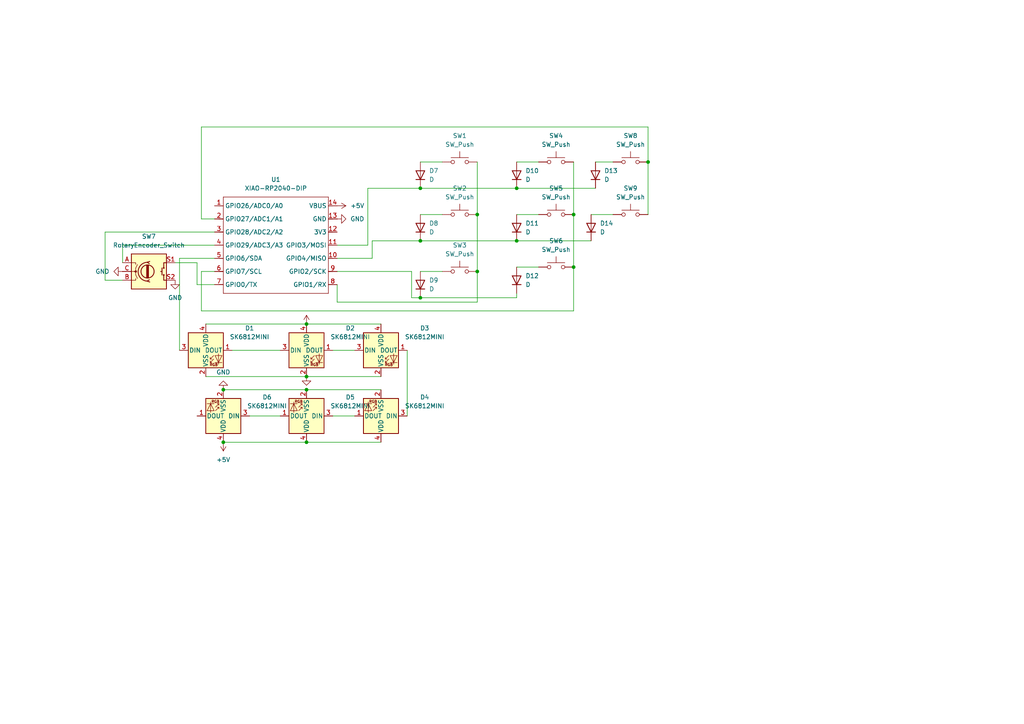
<source format=kicad_sch>
(kicad_sch (version 20250114) (generator "eeschema") (generator_version "9.0")
  (paper "A4")
  (lib_symbols
    (symbol "Device:D" (pin_numbers (hide yes)) (pin_names (offset 1.016) (hide yes))
      (property "Reference" "D" (at 0 2.54 0))
      (property "Value" "D" (at 0 -2.54 0))
      (symbol "D_0_1"
        (polyline (pts (xy -1.27 1.27) (xy -1.27 -1.27)) (stroke (width 0.254)))
        (polyline (pts (xy 1.27 1.27) (xy 1.27 -1.27) (xy -1.27 0) (xy 1.27 1.27)) (stroke (width 0.254)))
        (polyline (pts (xy 1.27 0) (xy -1.27 0)))
      )
      (symbol "D_1_1"
        (pin passive line (at -3.81 0 0) (length 2.54) (name "K") (number "1"))
        (pin passive line (at 3.81 0 180) (length 2.54) (name "A") (number "2"))
      )
    )
    (symbol "Device:RotaryEncoder_Switch" (pin_names (offset 0.254) (hide yes))
      (property "Reference" "SW" (at 0 6.604 0))
      (property "Value" "RotaryEncoder_Switch" (at 0 -6.604 0))
      (symbol "RotaryEncoder_Switch_0_1"
        (rectangle (start -5.08 5.08) (end 5.08 -5.08) (stroke (width 0.254)) (fill (type background)))
        (polyline (pts (xy -5.08 2.54) (xy -3.81 2.54) (xy -3.81 2.032)))
        (polyline (pts (xy -5.08 0) (xy -3.81 0) (xy -3.81 -1.016) (xy -3.302 -2.032)))
        (polyline (pts (xy -5.08 -2.54) (xy -3.81 -2.54) (xy -3.81 -2.032)))
        (polyline (pts (xy -4.318 0) (xy -3.81 0) (xy -3.81 1.016) (xy -3.302 2.032)))
        (circle (center -3.81 0) (radius 0.254) (fill (type outline)))
        (polyline (pts (xy -0.635 -1.778) (xy -0.635 1.778)) (stroke (width 0.254)))
        (circle (center -0.381 0) (radius 1.905) (stroke (width 0.254)))
        (polyline (pts (xy -0.381 -1.778) (xy -0.381 1.778)) (stroke (width 0.254)))
        (arc (start -0.381 -2.794) (mid -3.0988 -0.0635) (end -0.381 2.667) (stroke (width 0.254)))
        (polyline (pts (xy -0.127 1.778) (xy -0.127 -1.778)) (stroke (width 0.254)))
        (polyline (pts (xy 0.254 2.921) (xy -0.508 2.667) (xy 0.127 2.286)) (stroke (width 0.254)))
        (polyline (pts (xy 0.254 -3.048) (xy -0.508 -2.794) (xy 0.127 -2.413)) (stroke (width 0.254)))
        (polyline (pts (xy 3.81 1.016) (xy 3.81 -1.016)) (stroke (width 0.254)))
        (polyline (pts (xy 3.81 0) (xy 3.429 0)) (stroke (width 0.254)))
        (circle (center 4.318 1.016) (radius 0.127) (stroke (width 0.254)))
        (circle (center 4.318 -1.016) (radius 0.127) (stroke (width 0.254)))
        (polyline (pts (xy 5.08 2.54) (xy 4.318 2.54) (xy 4.318 1.016)) (stroke (width 0.254)))
        (polyline (pts (xy 5.08 -2.54) (xy 4.318 -2.54) (xy 4.318 -1.016)) (stroke (width 0.254)))
      )
      (symbol "RotaryEncoder_Switch_1_1"
        (pin passive line (at -7.62 2.54 0) (length 2.54) (name "A") (number "A"))
        (pin passive line (at -7.62 0 0) (length 2.54) (name "C") (number "C"))
        (pin passive line (at -7.62 -2.54 0) (length 2.54) (name "B") (number "B"))
        (pin passive line (at 7.62 2.54 180) (length 2.54) (name "S1") (number "S1"))
        (pin passive line (at 7.62 -2.54 180) (length 2.54) (name "S2") (number "S2"))
      )
    )
    (symbol "LED:SK6812MINI" (pin_names (offset 0.254))
      (property "Reference" "D" (at 5.08 5.715 0))
      (property "Value" "SK6812MINI" (at 1.27 -5.715 0))
      (symbol "SK6812MINI_0_0"
        (text "RGB" (at 2.286 -4.191 0) (effects (font (size 0.762 0.762))))
      )
      (symbol "SK6812MINI_0_1"
        (polyline (pts (xy 1.27 -2.54) (xy 1.778 -2.54)))
        (polyline (pts (xy 1.27 -3.556) (xy 1.778 -3.556)))
        (polyline (pts (xy 2.286 -1.524) (xy 1.27 -2.54) (xy 1.27 -2.032)))
        (polyline (pts (xy 2.286 -2.54) (xy 1.27 -3.556) (xy 1.27 -3.048)))
        (polyline (pts (xy 3.683 -1.016) (xy 3.683 -3.556) (xy 3.683 -4.064)))
        (polyline (pts (xy 4.699 -1.524) (xy 2.667 -1.524) (xy 3.683 -3.556) (xy 4.699 -1.524)))
        (polyline (pts (xy 4.699 -3.556) (xy 2.667 -3.556)))
        (rectangle (start 5.08 5.08) (end -5.08 -5.08) (stroke (width 0.254)) (fill (type background)))
      )
      (symbol "SK6812MINI_1_1"
        (pin input line (at -7.62 0 0) (length 2.54) (name "DIN") (number "3"))
        (pin power_in line (at 0 7.62 270) (length 2.54) (name "VDD") (number "4"))
        (pin power_in line (at 0 -7.62 90) (length 2.54) (name "VSS") (number "2"))
        (pin output line (at 7.62 0 180) (length 2.54) (name "DOUT") (number "1"))
      )
    )
    (symbol "OPL:XIAO-RP2040-DIP"
      (property "Reference" "U" (at 0 0 0))
      (property "Value" "XIAO-RP2040-DIP" (at 5.334 -1.778 0))
      (symbol "XIAO-RP2040-DIP_1_0"
        (polyline (pts (xy -1.27 -2.54) (xy 29.21 -2.54)) (stroke (width 0.1524)))
        (polyline (pts (xy -1.27 -5.08) (xy -2.54 -5.08)) (stroke (width 0.1524)))
        (polyline (pts (xy -1.27 -5.08) (xy -1.27 -2.54)) (stroke (width 0.1524)))
        (polyline (pts (xy -1.27 -8.89) (xy -2.54 -8.89)) (stroke (width 0.1524)))
        (polyline (pts (xy -1.27 -8.89) (xy -1.27 -5.08)) (stroke (width 0.1524)))
        (polyline (pts (xy -1.27 -12.7) (xy -2.54 -12.7)) (stroke (width 0.1524)))
        (polyline (pts (xy -1.27 -12.7) (xy -1.27 -8.89)) (stroke (width 0.1524)))
        (polyline (pts (xy -1.27 -16.51) (xy -2.54 -16.51)) (stroke (width 0.1524)))
        (polyline (pts (xy -1.27 -16.51) (xy -1.27 -12.7)) (stroke (width 0.1524)))
        (polyline (pts (xy -1.27 -20.32) (xy -2.54 -20.32)) (stroke (width 0.1524)))
        (polyline (pts (xy -1.27 -24.13) (xy -2.54 -24.13)) (stroke (width 0.1524)))
        (polyline (pts (xy -1.27 -27.94) (xy -2.54 -27.94)) (stroke (width 0.1524)))
        (polyline (pts (xy -1.27 -30.48) (xy -1.27 -16.51)) (stroke (width 0.1524)))
        (polyline (pts (xy 29.21 -2.54) (xy 29.21 -5.08)) (stroke (width 0.1524)))
        (polyline (pts (xy 29.21 -5.08) (xy 29.21 -8.89)) (stroke (width 0.1524)))
        (polyline (pts (xy 29.21 -8.89) (xy 29.21 -12.7)) (stroke (width 0.1524)))
        (polyline (pts (xy 29.21 -12.7) (xy 29.21 -30.48)) (stroke (width 0.1524)))
        (polyline (pts (xy 29.21 -30.48) (xy -1.27 -30.48)) (stroke (width 0.1524)))
        (polyline (pts (xy 30.48 -5.08) (xy 29.21 -5.08)) (stroke (width 0.1524)))
        (polyline (pts (xy 30.48 -8.89) (xy 29.21 -8.89)) (stroke (width 0.1524)))
        (polyline (pts (xy 30.48 -12.7) (xy 29.21 -12.7)) (stroke (width 0.1524)))
        (polyline (pts (xy 30.48 -16.51) (xy 29.21 -16.51)) (stroke (width 0.1524)))
        (polyline (pts (xy 30.48 -20.32) (xy 29.21 -20.32)) (stroke (width 0.1524)))
        (polyline (pts (xy 30.48 -24.13) (xy 29.21 -24.13)) (stroke (width 0.1524)))
        (polyline (pts (xy 30.48 -27.94) (xy 29.21 -27.94)) (stroke (width 0.1524)))
        (pin passive line (at -3.81 -5.08 0) (length 2.54) (name "GPIO26/ADC0/A0") (number "1"))
        (pin passive line (at -3.81 -8.89 0) (length 2.54) (name "GPIO27/ADC1/A1") (number "2"))
        (pin passive line (at -3.81 -12.7 0) (length 2.54) (name "GPIO28/ADC2/A2") (number "3"))
        (pin passive line (at -3.81 -16.51 0) (length 2.54) (name "GPIO29/ADC3/A3") (number "4"))
        (pin passive line (at -3.81 -20.32 0) (length 2.54) (name "GPIO6/SDA") (number "5"))
        (pin passive line (at -3.81 -24.13 0) (length 2.54) (name "GPIO7/SCL") (number "6"))
        (pin passive line (at -3.81 -27.94 0) (length 2.54) (name "GPIO0/TX") (number "7"))
        (pin passive line (at 31.75 -5.08 180) (length 2.54) (name "VBUS") (number "14"))
        (pin passive line (at 31.75 -8.89 180) (length 2.54) (name "GND") (number "13"))
        (pin passive line (at 31.75 -12.7 180) (length 2.54) (name "3V3") (number "12"))
        (pin passive line (at 31.75 -16.51 180) (length 2.54) (name "GPIO3/MOSI") (number "11"))
        (pin passive line (at 31.75 -20.32 180) (length 2.54) (name "GPIO4/MISO") (number "10"))
        (pin passive line (at 31.75 -24.13 180) (length 2.54) (name "GPIO2/SCK") (number "9"))
        (pin passive line (at 31.75 -27.94 180) (length 2.54) (name "GPIO1/RX") (number "8"))
      )
    )
    (symbol "Switch:SW_Push" (pin_numbers (hide yes)) (pin_names (offset 1.016) (hide yes))
      (property "Reference" "SW" (at 1.27 2.54 0))
      (property "Value" "SW_Push" (at 0 -1.524 0))
      (symbol "SW_Push_0_1"
        (circle (center -2.032 0) (radius 0.508))
        (polyline (pts (xy 0 1.27) (xy 0 3.048)))
        (circle (center 2.032 0) (radius 0.508))
        (polyline (pts (xy 2.54 1.27) (xy -2.54 1.27)))
        (pin passive line (at -5.08 0 0) (length 2.54) (name "1") (number "1"))
        (pin passive line (at 5.08 0 180) (length 2.54) (name "2") (number "2"))
      )
    )
    (symbol "power:+5V" (power) (pin_numbers (hide yes)) (pin_names (offset 0) (hide yes))
      (property "Value" "+5V" (at 0 3.556 0))
      (symbol "+5V_0_1"
        (polyline (pts (xy -0.762 1.27) (xy 0 2.54)))
        (polyline (pts (xy 0 2.54) (xy 0.762 1.27)))
        (polyline (pts (xy 0 0) (xy 0 2.54)))
      )
      (symbol "+5V_1_1"
        (pin power_in line (at 0 0 90) (length 0) (name "~") (number "1"))
      )
    )
    (symbol "power:GND" (power) (pin_numbers (hide yes)) (pin_names (offset 0) (hide yes))
      (property "Value" "GND" (at 0 -3.81 0))
      (symbol "GND_0_1"
        (polyline (pts (xy 0 0) (xy 0 -1.27) (xy 1.27 -1.27) (xy 0 -2.54) (xy -1.27 -1.27) (xy 0 -1.27)))
      )
      (symbol "GND_1_1"
        (pin power_in line (at 0 0 270) (length 0) (name "~") (number "1"))
      )
    )
  )
  (junction (at 88.9 113.03))
  (junction (at 149.86 69.85))
  (junction (at 121.92 54.61))
  (junction (at 121.92 69.85))
  (junction (at 64.77 128.27))
  (junction (at 138.43 62.23))
  (junction (at 166.37 62.23))
  (junction (at 88.9 128.27))
  (junction (at 138.43 78.74))
  (junction (at 88.9 93.98))
  (junction (at 187.96 46.99))
  (junction (at 64.77 113.03))
  (junction (at 149.86 54.61))
  (junction (at 121.92 86.36))
  (junction (at 166.37 77.47))
  (junction (at 88.9 109.22))
  (wire (pts (xy 119.38 86.36) (xy 119.38 78.74)))
  (wire (pts (xy 107.95 74.93) (xy 97.79 74.93)))
  (wire (pts (xy 138.43 46.99) (xy 138.43 62.23)))
  (wire (pts (xy 166.37 77.47) (xy 166.37 90.17)))
  (wire (pts (xy 59.69 93.98) (xy 88.9 93.98)))
  (wire (pts (xy 96.52 101.6) (xy 102.87 101.6)))
  (wire (pts (xy 121.92 78.74) (xy 128.27 78.74)))
  (wire (pts (xy 166.37 62.23) (xy 166.37 77.47)))
  (wire (pts (xy 138.43 87.63) (xy 97.79 87.63)))
  (wire (pts (xy 35.56 76.2) (xy 35.56 71.12)))
  (wire (pts (xy 64.77 113.03) (xy 88.9 113.03)))
  (wire (pts (xy 187.96 36.83) (xy 58.42 36.83)))
  (wire (pts (xy 121.92 69.85) (xy 149.86 69.85)))
  (wire (pts (xy 58.42 36.83) (xy 58.42 63.5)))
  (wire (pts (xy 187.96 36.83) (xy 187.96 46.99)))
  (wire (pts (xy 58.42 78.74) (xy 62.23 78.74)))
  (wire (pts (xy 30.48 81.28) (xy 30.48 67.31)))
  (wire (pts (xy 149.86 46.99) (xy 156.21 46.99)))
  (wire (pts (xy 52.07 101.6) (xy 52.07 74.93)))
  (wire (pts (xy 171.45 62.23) (xy 177.8 62.23)))
  (wire (pts (xy 30.48 67.31) (xy 62.23 67.31)))
  (wire (pts (xy 149.86 77.47) (xy 156.21 77.47)))
  (wire (pts (xy 106.68 54.61) (xy 106.68 71.12)))
  (wire (pts (xy 166.37 90.17) (xy 58.42 90.17)))
  (wire (pts (xy 149.86 62.23) (xy 156.21 62.23)))
  (wire (pts (xy 119.38 78.74) (xy 97.79 78.74)))
  (wire (pts (xy 121.92 54.61) (xy 149.86 54.61)))
  (wire (pts (xy 138.43 62.23) (xy 138.43 78.74)))
  (wire (pts (xy 149.86 86.36) (xy 121.92 86.36)))
  (wire (pts (xy 50.8 76.2) (xy 57.15 76.2)))
  (wire (pts (xy 121.92 62.23) (xy 128.27 62.23)))
  (wire (pts (xy 121.92 86.36) (xy 119.38 86.36)))
  (wire (pts (xy 121.92 69.85) (xy 107.95 69.85)))
  (wire (pts (xy 166.37 46.99) (xy 166.37 62.23)))
  (wire (pts (xy 35.56 81.28) (xy 30.48 81.28)))
  (wire (pts (xy 121.92 46.99) (xy 128.27 46.99)))
  (wire (pts (xy 57.15 82.55) (xy 62.23 82.55)))
  (wire (pts (xy 57.15 76.2) (xy 57.15 82.55)))
  (wire (pts (xy 118.11 101.6) (xy 118.11 120.65)))
  (wire (pts (xy 172.72 46.99) (xy 177.8 46.99)))
  (wire (pts (xy 149.86 85.09) (xy 149.86 86.36)))
  (wire (pts (xy 72.39 120.65) (xy 81.28 120.65)))
  (wire (pts (xy 138.43 78.74) (xy 138.43 87.63)))
  (wire (pts (xy 52.07 74.93) (xy 62.23 74.93)))
  (wire (pts (xy 149.86 69.85) (xy 171.45 69.85)))
  (wire (pts (xy 121.92 54.61) (xy 106.68 54.61)))
  (wire (pts (xy 106.68 71.12) (xy 97.79 71.12)))
  (wire (pts (xy 88.9 93.98) (xy 110.49 93.98)))
  (wire (pts (xy 88.9 109.22) (xy 110.49 109.22)))
  (wire (pts (xy 107.95 69.85) (xy 107.95 74.93)))
  (wire (pts (xy 35.56 71.12) (xy 62.23 71.12)))
  (wire (pts (xy 59.69 109.22) (xy 88.9 109.22)))
  (wire (pts (xy 149.86 54.61) (xy 172.72 54.61)))
  (wire (pts (xy 88.9 128.27) (xy 110.49 128.27)))
  (wire (pts (xy 96.52 120.65) (xy 102.87 120.65)))
  (wire (pts (xy 97.79 87.63) (xy 97.79 82.55)))
  (wire (pts (xy 58.42 63.5) (xy 62.23 63.5)))
  (wire (pts (xy 58.42 90.17) (xy 58.42 78.74)))
  (wire (pts (xy 64.77 128.27) (xy 88.9 128.27)))
  (wire (pts (xy 88.9 113.03) (xy 110.49 113.03)))
  (wire (pts (xy 67.31 101.6) (xy 81.28 101.6)))
  (wire (pts (xy 187.96 46.99) (xy 187.96 62.23)))
  (symbol (lib_id "power:+5V") (at 97.79 59.69 270) (unit 1)
    (property "Reference" "#PWR04" (effects (hide yes)))
    (property "Value" "+5V" (at 101.6 59.6899 90) (effects (justify left)))
    (property "Description" "Power symbol creates a global label with name \"+5V\"" (effects (hide yes)))
  )
  (symbol (lib_id "OPL:XIAO-RP2040-DIP") (at 66.04 54.61 0) (unit 1)
    (property "Reference" "U1" (at 80.01 52.07 0))
    (property "Value" "XIAO-RP2040-DIP" (at 80.01 54.61 0))
    (property "Footprint" "OPL:XIAO-RP2040-DIP" (effects (hide yes)))
  )
  (symbol (lib_id "Switch:SW_Push") (at 133.35 46.99 0) (unit 1)
    (property "Reference" "SW1" (at 133.35 39.37 0))
    (property "Value" "SW_Push" (at 133.35 41.91 0))
    (property "Footprint" "Button_Switch_Keyboard:SW_Cherry_MX_1.00u_PCB" (effects (hide yes)))
    (property "Description" "Push button switch, generic, two pins" (effects (hide yes)))
  )
  (symbol (lib_id "Device:D") (at 149.86 50.8 90) (unit 1)
    (property "Reference" "D10" (at 152.4 49.5299 90) (effects (justify right)))
    (property "Value" "D" (at 152.4 52.0699 90) (effects (justify right)))
    (property "Footprint" "Diode_THT:D_DO-35_SOD27_P7.62mm_Horizontal" (effects (hide yes)))
    (property "Description" "Diode" (effects (hide yes)))
    (property "Sim.Device" "D" (effects (hide yes)))
    (property "Sim.Pins" "1=K 2=A" (effects (hide yes)))
  )
  (symbol (lib_id "power:GND") (at 97.79 63.5 90) (unit 1)
    (property "Reference" "#PWR03" (effects (hide yes)))
    (property "Value" "GND" (at 101.6 63.4999 90) (effects (justify right)))
    (property "Description" "Power symbol creates a global label with name \"GND\" , ground" (effects (hide yes)))
  )
  (symbol (lib_id "Switch:SW_Push") (at 133.35 78.74 0) (unit 1)
    (property "Reference" "SW3" (at 133.35 71.12 0))
    (property "Value" "SW_Push" (at 133.35 73.66 0))
    (property "Footprint" "Button_Switch_Keyboard:SW_Cherry_MX_1.00u_PCB" (effects (hide yes)))
    (property "Description" "Push button switch, generic, two pins" (effects (hide yes)))
  )
  (symbol (lib_id "Device:D") (at 171.45 66.04 90) (unit 1)
    (property "Reference" "D14" (at 173.99 64.7699 90) (effects (justify right)))
    (property "Value" "D" (at 173.99 67.3099 90) (effects (justify right)))
    (property "Footprint" "Diode_THT:D_DO-35_SOD27_P7.62mm_Horizontal" (effects (hide yes)))
    (property "Description" "Diode" (effects (hide yes)))
    (property "Sim.Device" "D" (effects (hide yes)))
    (property "Sim.Pins" "1=K 2=A" (effects (hide yes)))
  )
  (symbol (lib_id "Switch:SW_Push") (at 182.88 62.23 0) (unit 1)
    (property "Reference" "SW9" (at 182.88 54.61 0))
    (property "Value" "SW_Push" (at 182.88 57.15 0))
    (property "Footprint" "Button_Switch_Keyboard:SW_Cherry_MX_1.00u_PCB" (effects (hide yes)))
    (property "Description" "Push button switch, generic, two pins" (effects (hide yes)))
  )
  (symbol (lib_id "LED:SK6812MINI") (at 110.49 101.6 0) (unit 1)
    (property "Reference" "D3" (at 123.19 95.1798 0))
    (property "Value" "SK6812MINI" (at 123.19 97.7198 0))
    (property "Footprint" "LED_SMD:LED_SK6812MINI_PLCC4_3.5x3.5mm_P1.75mm" (effects (hide yes)))
    (property "Datasheet" "https://cdn-shop.adafruit.com/product-files/2686/SK6812MINI_REV.01-1-2.pdf" (effects (hide yes)))
    (property "Description" "RGB LED with integrated controller" (effects (hide yes)))
  )
  (symbol (lib_id "Device:D") (at 121.92 66.04 90) (unit 1)
    (property "Reference" "D8" (at 124.46 64.7699 90) (effects (justify right)))
    (property "Value" "D" (at 124.46 67.3099 90) (effects (justify right)))
    (property "Footprint" "Diode_THT:D_DO-35_SOD27_P7.62mm_Horizontal" (effects (hide yes)))
    (property "Description" "Diode" (effects (hide yes)))
    (property "Sim.Device" "D" (effects (hide yes)))
    (property "Sim.Pins" "1=K 2=A" (effects (hide yes)))
  )
  (symbol (lib_id "Device:RotaryEncoder_Switch") (at 43.18 78.74 0) (unit 1)
    (property "Reference" "SW7" (at 43.18 68.58 0))
    (property "Value" "RotaryEncoder_Switch" (at 43.18 71.12 0))
    (property "Footprint" "Rotary_Encoder:RotaryEncoder_Alps_EC11E-Switch_Vertical_H20mm_CircularMountingHoles" (effects (hide yes)))
    (property "Description" "Rotary encoder, dual channel, incremental quadrate outputs, with switch" (effects (hide yes)))
  )
  (symbol (lib_id "LED:SK6812MINI") (at 88.9 120.65 180) (unit 1)
    (property "Reference" "D5" (at 101.6 115.2046 0))
    (property "Value" "SK6812MINI" (at 101.6 117.7446 0))
    (property "Footprint" "LED_SMD:LED_SK6812MINI_PLCC4_3.5x3.5mm_P1.75mm" (effects (hide yes)))
    (property "Datasheet" "https://cdn-shop.adafruit.com/product-files/2686/SK6812MINI_REV.01-1-2.pdf" (effects (hide yes)))
    (property "Description" "RGB LED with integrated controller" (effects (hide yes)))
  )
  (symbol (lib_id "Switch:SW_Push") (at 161.29 46.99 0) (unit 1)
    (property "Reference" "SW4" (at 161.29 39.37 0))
    (property "Value" "SW_Push" (at 161.29 41.91 0))
    (property "Footprint" "Button_Switch_Keyboard:SW_Cherry_MX_1.00u_PCB" (effects (hide yes)))
    (property "Description" "Push button switch, generic, two pins" (effects (hide yes)))
  )
  (symbol (lib_id "Switch:SW_Push") (at 161.29 62.23 0) (unit 1)
    (property "Reference" "SW5" (at 161.29 54.61 0))
    (property "Value" "SW_Push" (at 161.29 57.15 0))
    (property "Footprint" "Button_Switch_Keyboard:SW_Cherry_MX_1.00u_PCB" (effects (hide yes)))
    (property "Description" "Push button switch, generic, two pins" (effects (hide yes)))
  )
  (symbol (lib_id "Device:D") (at 172.72 50.8 90) (unit 1)
    (property "Reference" "D13" (at 175.26 49.5299 90) (effects (justify right)))
    (property "Value" "D" (at 175.26 52.0699 90) (effects (justify right)))
    (property "Footprint" "Diode_THT:D_DO-35_SOD27_P7.62mm_Horizontal" (effects (hide yes)))
    (property "Description" "Diode" (effects (hide yes)))
    (property "Sim.Device" "D" (effects (hide yes)))
    (property "Sim.Pins" "1=K 2=A" (effects (hide yes)))
  )
  (symbol (lib_id "Switch:SW_Push") (at 161.29 77.47 0) (unit 1)
    (property "Reference" "SW6" (at 161.29 69.85 0))
    (property "Value" "SW_Push" (at 161.29 72.39 0))
    (property "Footprint" "Button_Switch_Keyboard:SW_Cherry_MX_1.00u_PCB" (effects (hide yes)))
    (property "Description" "Push button switch, generic, two pins" (effects (hide yes)))
  )
  (symbol (lib_id "Device:D") (at 121.92 82.55 90) (unit 1)
    (property "Reference" "D9" (at 124.46 81.2799 90) (effects (justify right)))
    (property "Value" "D" (at 124.46 83.8199 90) (effects (justify right)))
    (property "Footprint" "Diode_THT:D_DO-35_SOD27_P7.62mm_Horizontal" (effects (hide yes)))
    (property "Description" "Diode" (effects (hide yes)))
    (property "Sim.Device" "D" (effects (hide yes)))
    (property "Sim.Pins" "1=K 2=A" (effects (hide yes)))
  )
  (symbol (lib_id "Device:D") (at 149.86 81.28 90) (unit 1)
    (property "Reference" "D12" (at 152.4 80.0099 90) (effects (justify right)))
    (property "Value" "D" (at 152.4 82.5499 90) (effects (justify right)))
    (property "Footprint" "Diode_THT:D_DO-35_SOD27_P7.62mm_Horizontal" (effects (hide yes)))
    (property "Description" "Diode" (effects (hide yes)))
    (property "Sim.Device" "D" (effects (hide yes)))
    (property "Sim.Pins" "1=K 2=A" (effects (hide yes)))
  )
  (symbol (lib_id "LED:SK6812MINI") (at 110.49 120.65 180) (unit 1)
    (property "Reference" "D4" (at 123.19 115.2046 0))
    (property "Value" "SK6812MINI" (at 123.19 117.7446 0))
    (property "Footprint" "LED_SMD:LED_SK6812MINI_PLCC4_3.5x3.5mm_P1.75mm" (effects (hide yes)))
    (property "Datasheet" "https://cdn-shop.adafruit.com/product-files/2686/SK6812MINI_REV.01-1-2.pdf" (effects (hide yes)))
    (property "Description" "RGB LED with integrated controller" (effects (hide yes)))
  )
  (symbol (lib_id "power:GND") (at 50.8 81.28 0) (unit 1)
    (property "Reference" "#PWR09" (effects (hide yes)))
    (property "Value" "GND" (at 50.8 86.36 0))
    (property "Description" "Power symbol creates a global label with name \"GND\" , ground" (effects (hide yes)))
  )
  (symbol (lib_id "Switch:SW_Push") (at 182.88 46.99 0) (unit 1)
    (property "Reference" "SW8" (at 182.88 39.37 0))
    (property "Value" "SW_Push" (at 182.88 41.91 0))
    (property "Footprint" "Button_Switch_Keyboard:SW_Cherry_MX_1.00u_PCB" (effects (hide yes)))
    (property "Description" "Push button switch, generic, two pins" (effects (hide yes)))
  )
  (symbol (lib_id "LED:SK6812MINI") (at 59.69 101.6 0) (unit 1)
    (property "Reference" "D1" (at 72.39 95.1798 0))
    (property "Value" "SK6812MINI" (at 72.39 97.7198 0))
    (property "Footprint" "LED_SMD:LED_SK6812MINI_PLCC4_3.5x3.5mm_P1.75mm" (effects (hide yes)))
    (property "Datasheet" "https://cdn-shop.adafruit.com/product-files/2686/SK6812MINI_REV.01-1-2.pdf" (effects (hide yes)))
    (property "Description" "RGB LED with integrated controller" (effects (hide yes)))
  )
  (symbol (lib_id "Switch:SW_Push") (at 133.35 62.23 0) (unit 1)
    (property "Reference" "SW2" (at 133.35 54.61 0))
    (property "Value" "SW_Push" (at 133.35 57.15 0))
    (property "Footprint" "Button_Switch_Keyboard:SW_Cherry_MX_1.00u_PCB" (effects (hide yes)))
    (property "Description" "Push button switch, generic, two pins" (effects (hide yes)))
  )
  (symbol (lib_id "Device:D") (at 121.92 50.8 90) (unit 1)
    (property "Reference" "D7" (at 124.46 49.5299 90) (effects (justify right)))
    (property "Value" "D" (at 124.46 52.0699 90) (effects (justify right)))
    (property "Footprint" "Diode_THT:D_DO-35_SOD27_P7.62mm_Horizontal" (effects (hide yes)))
    (property "Description" "Diode" (effects (hide yes)))
    (property "Sim.Device" "D" (effects (hide yes)))
    (property "Sim.Pins" "1=K 2=A" (effects (hide yes)))
  )
  (symbol (lib_id "power:GND") (at 88.9 109.22 0) (unit 1)
    (property "Reference" "#PWR02" (effects (hide yes)))
    (property "Value" "GND" (effects (hide yes)))
    (property "Description" "Power symbol creates a global label with name \"GND\" , ground" (effects (hide yes)))
  )
  (symbol (lib_id "power:+5V") (at 64.77 128.27 180) (unit 1)
    (property "Reference" "#PWR07" (effects (hide yes)))
    (property "Value" "+5V" (at 64.77 133.35 0))
    (property "Description" "Power symbol creates a global label with name \"+5V\"" (effects (hide yes)))
  )
  (symbol (lib_id "Device:D") (at 149.86 66.04 90) (unit 1)
    (property "Reference" "D11" (at 152.4 64.7699 90) (effects (justify right)))
    (property "Value" "D" (at 152.4 67.3099 90) (effects (justify right)))
    (property "Footprint" "Diode_THT:D_DO-35_SOD27_P7.62mm_Horizontal" (effects (hide yes)))
    (property "Description" "Diode" (effects (hide yes)))
    (property "Sim.Device" "D" (effects (hide yes)))
    (property "Sim.Pins" "1=K 2=A" (effects (hide yes)))
  )
  (symbol (lib_id "power:GND") (at 35.56 78.74 270) (unit 1)
    (property "Reference" "#PWR01" (effects (hide yes)))
    (property "Value" "GND" (at 31.75 78.7399 90) (effects (justify right)))
    (property "Description" "Power symbol creates a global label with name \"GND\" , ground" (effects (hide yes)))
  )
  (symbol (lib_id "power:GND") (at 64.77 113.03 180) (unit 1)
    (property "Reference" "#PWR06" (effects (hide yes)))
    (property "Value" "GND" (at 64.77 107.95 0))
    (property "Description" "Power symbol creates a global label with name \"GND\" , ground" (effects (hide yes)))
  )
  (symbol (lib_id "LED:SK6812MINI") (at 88.9 101.6 0) (unit 1)
    (property "Reference" "D2" (at 101.6 95.1798 0))
    (property "Value" "SK6812MINI" (at 101.6 97.7198 0))
    (property "Footprint" "LED_SMD:LED_SK6812MINI_PLCC4_3.5x3.5mm_P1.75mm" (effects (hide yes)))
    (property "Datasheet" "https://cdn-shop.adafruit.com/product-files/2686/SK6812MINI_REV.01-1-2.pdf" (effects (hide yes)))
    (property "Description" "RGB LED with integrated controller" (effects (hide yes)))
  )
  (symbol (lib_id "power:+5V") (at 88.9 93.98 0) (unit 1)
    (property "Reference" "#PWR05" (effects (hide yes)))
    (property "Value" "+5V" (effects (hide yes)))
    (property "Description" "Power symbol creates a global label with name \"+5V\"" (effects (hide yes)))
  )
  (symbol (lib_id "LED:SK6812MINI") (at 64.77 120.65 180) (unit 1)
    (property "Reference" "D6" (at 77.47 115.2046 0))
    (property "Value" "SK6812MINI" (at 77.47 117.7446 0))
    (property "Footprint" "LED_SMD:LED_SK6812MINI_PLCC4_3.5x3.5mm_P1.75mm" (effects (hide yes)))
    (property "Datasheet" "https://cdn-shop.adafruit.com/product-files/2686/SK6812MINI_REV.01-1-2.pdf" (effects (hide yes)))
    (property "Description" "RGB LED with integrated controller" (effects (hide yes)))
  )
)
</source>
